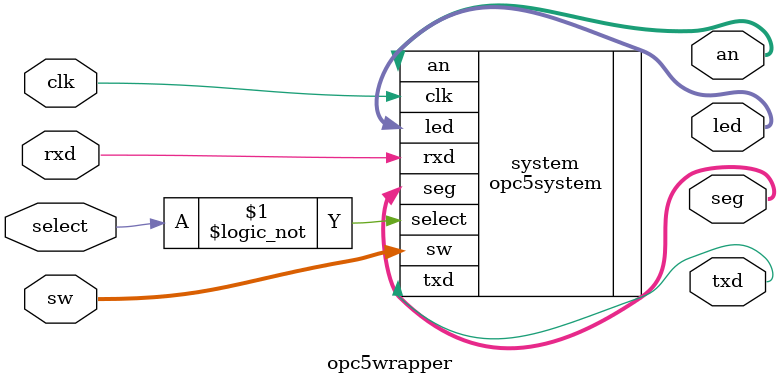
<source format=v>
module opc5wrapper ( input clk, input[7:0] sw, output[7:0] led, input rxd, output txd,
                     output [6:0] seg, output [3:0] an, input select);

   opc5system #(
    .CLKSPEED(50000000),
    .BAUD(115200),
    .RAMSIZE(14),
    .SEVEN_SEG_DUTY_CYCLE(7)
   ) system ( 
      .clk(clk),
      .sw(sw),
      .led(led),
      .rxd(rxd),
      .txd(txd),
      .seg(seg),
      .an(an),
      .select(!select)
    );
      
endmodule

</source>
